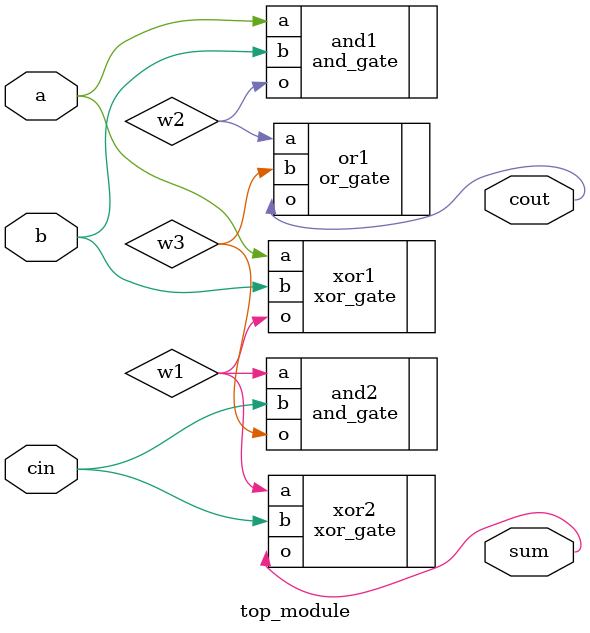
<source format=sv>
module top_module (
	input a,
	input b,
	input cin,
	output cout,
	output sum
);

// Internal wires
wire w1, w2, w3;

// XOR gates for inputs
xor_gate xor1 (.a(a), .b(b), .o(w1));
xor_gate xor2 (.a(w1), .b(cin), .o(sum));

// AND gates for inputs
and_gate and1 (.a(a), .b(b), .o(w2));
and_gate and2 (.a(w1), .b(cin), .o(w3));

// OR gate for carry-out
or_gate or1 (.a(w2), .b(w3), .o(cout));

endmodule

</source>
